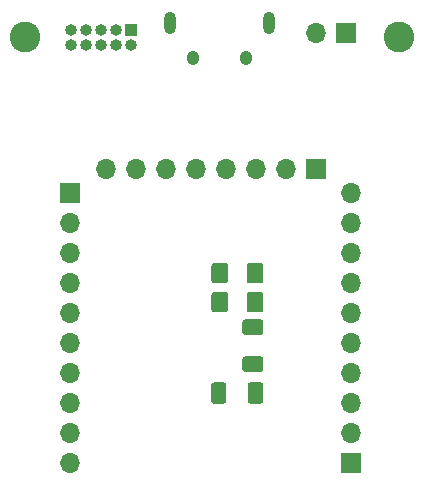
<source format=gbr>
%TF.GenerationSoftware,KiCad,Pcbnew,(5.1.8)-1*%
%TF.CreationDate,2021-05-22T16:04:47+05:30*%
%TF.ProjectId,WLR089U0-DevBoard,574c5230-3839-4553-902d-446576426f61,V1*%
%TF.SameCoordinates,Original*%
%TF.FileFunction,Soldermask,Bot*%
%TF.FilePolarity,Negative*%
%FSLAX46Y46*%
G04 Gerber Fmt 4.6, Leading zero omitted, Abs format (unit mm)*
G04 Created by KiCad (PCBNEW (5.1.8)-1) date 2021-05-22 16:04:47*
%MOMM*%
%LPD*%
G01*
G04 APERTURE LIST*
%ADD10C,2.600000*%
%ADD11O,1.700000X1.700000*%
%ADD12R,1.700000X1.700000*%
%ADD13O,1.050000X1.250000*%
%ADD14O,1.000000X1.900000*%
%ADD15R,1.000000X1.000000*%
%ADD16O,1.000000X1.000000*%
G04 APERTURE END LIST*
D10*
%TO.C,TP1*%
X157600000Y-82700000D03*
%TD*%
%TO.C,TP2*%
X126000000Y-82700000D03*
%TD*%
%TO.C,C5*%
G36*
G01*
X143020000Y-112199997D02*
X143020000Y-113500003D01*
G75*
G02*
X142770003Y-113750000I-249997J0D01*
G01*
X141944997Y-113750000D01*
G75*
G02*
X141695000Y-113500003I0J249997D01*
G01*
X141695000Y-112199997D01*
G75*
G02*
X141944997Y-111950000I249997J0D01*
G01*
X142770003Y-111950000D01*
G75*
G02*
X143020000Y-112199997I0J-249997D01*
G01*
G37*
G36*
G01*
X146145000Y-112199997D02*
X146145000Y-113500003D01*
G75*
G02*
X145895003Y-113750000I-249997J0D01*
G01*
X145069997Y-113750000D01*
G75*
G02*
X144820000Y-113500003I0J249997D01*
G01*
X144820000Y-112199997D01*
G75*
G02*
X145069997Y-111950000I249997J0D01*
G01*
X145895003Y-111950000D01*
G75*
G02*
X146145000Y-112199997I0J-249997D01*
G01*
G37*
%TD*%
%TO.C,C4*%
G36*
G01*
X145900003Y-107950000D02*
X144599997Y-107950000D01*
G75*
G02*
X144350000Y-107700003I0J249997D01*
G01*
X144350000Y-106874997D01*
G75*
G02*
X144599997Y-106625000I249997J0D01*
G01*
X145900003Y-106625000D01*
G75*
G02*
X146150000Y-106874997I0J-249997D01*
G01*
X146150000Y-107700003D01*
G75*
G02*
X145900003Y-107950000I-249997J0D01*
G01*
G37*
G36*
G01*
X145900003Y-111075000D02*
X144599997Y-111075000D01*
G75*
G02*
X144350000Y-110825003I0J249997D01*
G01*
X144350000Y-109999997D01*
G75*
G02*
X144599997Y-109750000I249997J0D01*
G01*
X145900003Y-109750000D01*
G75*
G02*
X146150000Y-109999997I0J-249997D01*
G01*
X146150000Y-110825003D01*
G75*
G02*
X145900003Y-111075000I-249997J0D01*
G01*
G37*
%TD*%
%TO.C,R5*%
G36*
G01*
X141750000Y-103325000D02*
X141750000Y-102075000D01*
G75*
G02*
X142000000Y-101825000I250000J0D01*
G01*
X142925000Y-101825000D01*
G75*
G02*
X143175000Y-102075000I0J-250000D01*
G01*
X143175000Y-103325000D01*
G75*
G02*
X142925000Y-103575000I-250000J0D01*
G01*
X142000000Y-103575000D01*
G75*
G02*
X141750000Y-103325000I0J250000D01*
G01*
G37*
G36*
G01*
X144725000Y-103325000D02*
X144725000Y-102075000D01*
G75*
G02*
X144975000Y-101825000I250000J0D01*
G01*
X145900000Y-101825000D01*
G75*
G02*
X146150000Y-102075000I0J-250000D01*
G01*
X146150000Y-103325000D01*
G75*
G02*
X145900000Y-103575000I-250000J0D01*
G01*
X144975000Y-103575000D01*
G75*
G02*
X144725000Y-103325000I0J250000D01*
G01*
G37*
%TD*%
%TO.C,R4*%
G36*
G01*
X141750000Y-105775000D02*
X141750000Y-104525000D01*
G75*
G02*
X142000000Y-104275000I250000J0D01*
G01*
X142925000Y-104275000D01*
G75*
G02*
X143175000Y-104525000I0J-250000D01*
G01*
X143175000Y-105775000D01*
G75*
G02*
X142925000Y-106025000I-250000J0D01*
G01*
X142000000Y-106025000D01*
G75*
G02*
X141750000Y-105775000I0J250000D01*
G01*
G37*
G36*
G01*
X144725000Y-105775000D02*
X144725000Y-104525000D01*
G75*
G02*
X144975000Y-104275000I250000J0D01*
G01*
X145900000Y-104275000D01*
G75*
G02*
X146150000Y-104525000I0J-250000D01*
G01*
X146150000Y-105775000D01*
G75*
G02*
X145900000Y-106025000I-250000J0D01*
G01*
X144975000Y-106025000D01*
G75*
G02*
X144725000Y-105775000I0J250000D01*
G01*
G37*
%TD*%
D11*
%TO.C,J6*%
X132820000Y-93900000D03*
X135360000Y-93900000D03*
X137900000Y-93900000D03*
X140440000Y-93900000D03*
X142980000Y-93900000D03*
X145520000Y-93900000D03*
X148060000Y-93900000D03*
D12*
X150600000Y-93900000D03*
%TD*%
D13*
%TO.C,J1*%
X144650000Y-84500000D03*
X140200000Y-84500000D03*
D14*
X146600000Y-81500000D03*
X138250000Y-81500000D03*
%TD*%
D15*
%TO.C,J2*%
X134900000Y-82100000D03*
D16*
X134900000Y-83370000D03*
X133630000Y-82100000D03*
X133630000Y-83370000D03*
X132360000Y-82100000D03*
X132360000Y-83370000D03*
X131090000Y-82100000D03*
X131090000Y-83370000D03*
X129820000Y-82100000D03*
X129820000Y-83370000D03*
%TD*%
D11*
%TO.C,J3*%
X153550000Y-95940000D03*
X153550000Y-98480000D03*
X153550000Y-101020000D03*
X153550000Y-103560000D03*
X153550000Y-106100000D03*
X153550000Y-108640000D03*
X153550000Y-111180000D03*
X153550000Y-113720000D03*
X153550000Y-116260000D03*
D12*
X153550000Y-118800000D03*
%TD*%
D11*
%TO.C,J5*%
X129750000Y-118810000D03*
X129750000Y-116270000D03*
X129750000Y-113730000D03*
X129750000Y-111190000D03*
X129750000Y-108650000D03*
X129750000Y-106110000D03*
X129750000Y-103570000D03*
X129750000Y-101030000D03*
X129750000Y-98490000D03*
D12*
X129750000Y-95950000D03*
%TD*%
%TO.C,J4*%
X153100000Y-82400000D03*
D11*
X150560000Y-82400000D03*
%TD*%
M02*

</source>
